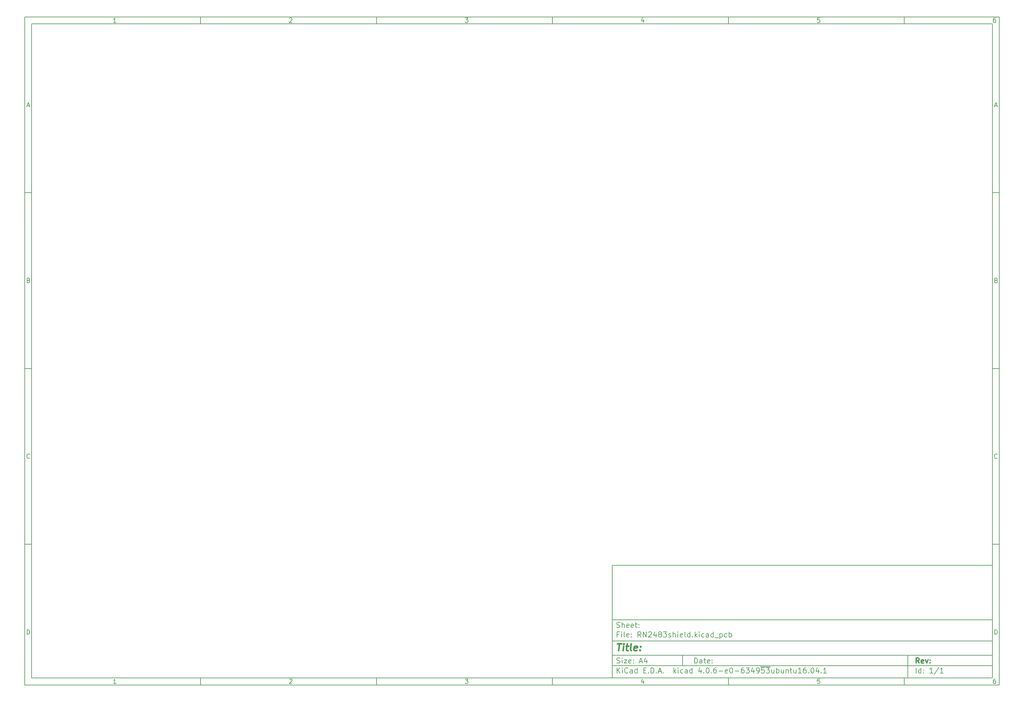
<source format=gbp>
%TF.GenerationSoftware,KiCad,Pcbnew,4.0.6-e0-6349~53~ubuntu16.04.1*%
%TF.CreationDate,2017-06-05T20:25:56+01:00*%
%TF.ProjectId,RN2483shield,524E32343833736869656C642E6B6963,rev?*%
%TF.FileFunction,Paste,Bot*%
%FSLAX46Y46*%
G04 Gerber Fmt 4.6, Leading zero omitted, Abs format (unit mm)*
G04 Created by KiCad (PCBNEW 4.0.6-e0-6349~53~ubuntu16.04.1) date Mon Jun  5 20:25:56 2017*
%MOMM*%
%LPD*%
G01*
G04 APERTURE LIST*
%ADD10C,0.100000*%
%ADD11C,0.150000*%
%ADD12C,0.300000*%
%ADD13C,0.400000*%
G04 APERTURE END LIST*
D10*
D11*
X177002200Y-166007200D02*
X177002200Y-198007200D01*
X285002200Y-198007200D01*
X285002200Y-166007200D01*
X177002200Y-166007200D01*
D10*
D11*
X10000000Y-10000000D02*
X10000000Y-200007200D01*
X287002200Y-200007200D01*
X287002200Y-10000000D01*
X10000000Y-10000000D01*
D10*
D11*
X12000000Y-12000000D02*
X12000000Y-198007200D01*
X285002200Y-198007200D01*
X285002200Y-12000000D01*
X12000000Y-12000000D01*
D10*
D11*
X60000000Y-12000000D02*
X60000000Y-10000000D01*
D10*
D11*
X110000000Y-12000000D02*
X110000000Y-10000000D01*
D10*
D11*
X160000000Y-12000000D02*
X160000000Y-10000000D01*
D10*
D11*
X210000000Y-12000000D02*
X210000000Y-10000000D01*
D10*
D11*
X260000000Y-12000000D02*
X260000000Y-10000000D01*
D10*
D11*
X35990476Y-11588095D02*
X35247619Y-11588095D01*
X35619048Y-11588095D02*
X35619048Y-10288095D01*
X35495238Y-10473810D01*
X35371429Y-10597619D01*
X35247619Y-10659524D01*
D10*
D11*
X85247619Y-10411905D02*
X85309524Y-10350000D01*
X85433333Y-10288095D01*
X85742857Y-10288095D01*
X85866667Y-10350000D01*
X85928571Y-10411905D01*
X85990476Y-10535714D01*
X85990476Y-10659524D01*
X85928571Y-10845238D01*
X85185714Y-11588095D01*
X85990476Y-11588095D01*
D10*
D11*
X135185714Y-10288095D02*
X135990476Y-10288095D01*
X135557143Y-10783333D01*
X135742857Y-10783333D01*
X135866667Y-10845238D01*
X135928571Y-10907143D01*
X135990476Y-11030952D01*
X135990476Y-11340476D01*
X135928571Y-11464286D01*
X135866667Y-11526190D01*
X135742857Y-11588095D01*
X135371429Y-11588095D01*
X135247619Y-11526190D01*
X135185714Y-11464286D01*
D10*
D11*
X185866667Y-10721429D02*
X185866667Y-11588095D01*
X185557143Y-10226190D02*
X185247619Y-11154762D01*
X186052381Y-11154762D01*
D10*
D11*
X235928571Y-10288095D02*
X235309524Y-10288095D01*
X235247619Y-10907143D01*
X235309524Y-10845238D01*
X235433333Y-10783333D01*
X235742857Y-10783333D01*
X235866667Y-10845238D01*
X235928571Y-10907143D01*
X235990476Y-11030952D01*
X235990476Y-11340476D01*
X235928571Y-11464286D01*
X235866667Y-11526190D01*
X235742857Y-11588095D01*
X235433333Y-11588095D01*
X235309524Y-11526190D01*
X235247619Y-11464286D01*
D10*
D11*
X285866667Y-10288095D02*
X285619048Y-10288095D01*
X285495238Y-10350000D01*
X285433333Y-10411905D01*
X285309524Y-10597619D01*
X285247619Y-10845238D01*
X285247619Y-11340476D01*
X285309524Y-11464286D01*
X285371429Y-11526190D01*
X285495238Y-11588095D01*
X285742857Y-11588095D01*
X285866667Y-11526190D01*
X285928571Y-11464286D01*
X285990476Y-11340476D01*
X285990476Y-11030952D01*
X285928571Y-10907143D01*
X285866667Y-10845238D01*
X285742857Y-10783333D01*
X285495238Y-10783333D01*
X285371429Y-10845238D01*
X285309524Y-10907143D01*
X285247619Y-11030952D01*
D10*
D11*
X60000000Y-198007200D02*
X60000000Y-200007200D01*
D10*
D11*
X110000000Y-198007200D02*
X110000000Y-200007200D01*
D10*
D11*
X160000000Y-198007200D02*
X160000000Y-200007200D01*
D10*
D11*
X210000000Y-198007200D02*
X210000000Y-200007200D01*
D10*
D11*
X260000000Y-198007200D02*
X260000000Y-200007200D01*
D10*
D11*
X35990476Y-199595295D02*
X35247619Y-199595295D01*
X35619048Y-199595295D02*
X35619048Y-198295295D01*
X35495238Y-198481010D01*
X35371429Y-198604819D01*
X35247619Y-198666724D01*
D10*
D11*
X85247619Y-198419105D02*
X85309524Y-198357200D01*
X85433333Y-198295295D01*
X85742857Y-198295295D01*
X85866667Y-198357200D01*
X85928571Y-198419105D01*
X85990476Y-198542914D01*
X85990476Y-198666724D01*
X85928571Y-198852438D01*
X85185714Y-199595295D01*
X85990476Y-199595295D01*
D10*
D11*
X135185714Y-198295295D02*
X135990476Y-198295295D01*
X135557143Y-198790533D01*
X135742857Y-198790533D01*
X135866667Y-198852438D01*
X135928571Y-198914343D01*
X135990476Y-199038152D01*
X135990476Y-199347676D01*
X135928571Y-199471486D01*
X135866667Y-199533390D01*
X135742857Y-199595295D01*
X135371429Y-199595295D01*
X135247619Y-199533390D01*
X135185714Y-199471486D01*
D10*
D11*
X185866667Y-198728629D02*
X185866667Y-199595295D01*
X185557143Y-198233390D02*
X185247619Y-199161962D01*
X186052381Y-199161962D01*
D10*
D11*
X235928571Y-198295295D02*
X235309524Y-198295295D01*
X235247619Y-198914343D01*
X235309524Y-198852438D01*
X235433333Y-198790533D01*
X235742857Y-198790533D01*
X235866667Y-198852438D01*
X235928571Y-198914343D01*
X235990476Y-199038152D01*
X235990476Y-199347676D01*
X235928571Y-199471486D01*
X235866667Y-199533390D01*
X235742857Y-199595295D01*
X235433333Y-199595295D01*
X235309524Y-199533390D01*
X235247619Y-199471486D01*
D10*
D11*
X285866667Y-198295295D02*
X285619048Y-198295295D01*
X285495238Y-198357200D01*
X285433333Y-198419105D01*
X285309524Y-198604819D01*
X285247619Y-198852438D01*
X285247619Y-199347676D01*
X285309524Y-199471486D01*
X285371429Y-199533390D01*
X285495238Y-199595295D01*
X285742857Y-199595295D01*
X285866667Y-199533390D01*
X285928571Y-199471486D01*
X285990476Y-199347676D01*
X285990476Y-199038152D01*
X285928571Y-198914343D01*
X285866667Y-198852438D01*
X285742857Y-198790533D01*
X285495238Y-198790533D01*
X285371429Y-198852438D01*
X285309524Y-198914343D01*
X285247619Y-199038152D01*
D10*
D11*
X10000000Y-60000000D02*
X12000000Y-60000000D01*
D10*
D11*
X10000000Y-110000000D02*
X12000000Y-110000000D01*
D10*
D11*
X10000000Y-160000000D02*
X12000000Y-160000000D01*
D10*
D11*
X10690476Y-35216667D02*
X11309524Y-35216667D01*
X10566667Y-35588095D02*
X11000000Y-34288095D01*
X11433333Y-35588095D01*
D10*
D11*
X11092857Y-84907143D02*
X11278571Y-84969048D01*
X11340476Y-85030952D01*
X11402381Y-85154762D01*
X11402381Y-85340476D01*
X11340476Y-85464286D01*
X11278571Y-85526190D01*
X11154762Y-85588095D01*
X10659524Y-85588095D01*
X10659524Y-84288095D01*
X11092857Y-84288095D01*
X11216667Y-84350000D01*
X11278571Y-84411905D01*
X11340476Y-84535714D01*
X11340476Y-84659524D01*
X11278571Y-84783333D01*
X11216667Y-84845238D01*
X11092857Y-84907143D01*
X10659524Y-84907143D01*
D10*
D11*
X11402381Y-135464286D02*
X11340476Y-135526190D01*
X11154762Y-135588095D01*
X11030952Y-135588095D01*
X10845238Y-135526190D01*
X10721429Y-135402381D01*
X10659524Y-135278571D01*
X10597619Y-135030952D01*
X10597619Y-134845238D01*
X10659524Y-134597619D01*
X10721429Y-134473810D01*
X10845238Y-134350000D01*
X11030952Y-134288095D01*
X11154762Y-134288095D01*
X11340476Y-134350000D01*
X11402381Y-134411905D01*
D10*
D11*
X10659524Y-185588095D02*
X10659524Y-184288095D01*
X10969048Y-184288095D01*
X11154762Y-184350000D01*
X11278571Y-184473810D01*
X11340476Y-184597619D01*
X11402381Y-184845238D01*
X11402381Y-185030952D01*
X11340476Y-185278571D01*
X11278571Y-185402381D01*
X11154762Y-185526190D01*
X10969048Y-185588095D01*
X10659524Y-185588095D01*
D10*
D11*
X287002200Y-60000000D02*
X285002200Y-60000000D01*
D10*
D11*
X287002200Y-110000000D02*
X285002200Y-110000000D01*
D10*
D11*
X287002200Y-160000000D02*
X285002200Y-160000000D01*
D10*
D11*
X285692676Y-35216667D02*
X286311724Y-35216667D01*
X285568867Y-35588095D02*
X286002200Y-34288095D01*
X286435533Y-35588095D01*
D10*
D11*
X286095057Y-84907143D02*
X286280771Y-84969048D01*
X286342676Y-85030952D01*
X286404581Y-85154762D01*
X286404581Y-85340476D01*
X286342676Y-85464286D01*
X286280771Y-85526190D01*
X286156962Y-85588095D01*
X285661724Y-85588095D01*
X285661724Y-84288095D01*
X286095057Y-84288095D01*
X286218867Y-84350000D01*
X286280771Y-84411905D01*
X286342676Y-84535714D01*
X286342676Y-84659524D01*
X286280771Y-84783333D01*
X286218867Y-84845238D01*
X286095057Y-84907143D01*
X285661724Y-84907143D01*
D10*
D11*
X286404581Y-135464286D02*
X286342676Y-135526190D01*
X286156962Y-135588095D01*
X286033152Y-135588095D01*
X285847438Y-135526190D01*
X285723629Y-135402381D01*
X285661724Y-135278571D01*
X285599819Y-135030952D01*
X285599819Y-134845238D01*
X285661724Y-134597619D01*
X285723629Y-134473810D01*
X285847438Y-134350000D01*
X286033152Y-134288095D01*
X286156962Y-134288095D01*
X286342676Y-134350000D01*
X286404581Y-134411905D01*
D10*
D11*
X285661724Y-185588095D02*
X285661724Y-184288095D01*
X285971248Y-184288095D01*
X286156962Y-184350000D01*
X286280771Y-184473810D01*
X286342676Y-184597619D01*
X286404581Y-184845238D01*
X286404581Y-185030952D01*
X286342676Y-185278571D01*
X286280771Y-185402381D01*
X286156962Y-185526190D01*
X285971248Y-185588095D01*
X285661724Y-185588095D01*
D10*
D11*
X200359343Y-193785771D02*
X200359343Y-192285771D01*
X200716486Y-192285771D01*
X200930771Y-192357200D01*
X201073629Y-192500057D01*
X201145057Y-192642914D01*
X201216486Y-192928629D01*
X201216486Y-193142914D01*
X201145057Y-193428629D01*
X201073629Y-193571486D01*
X200930771Y-193714343D01*
X200716486Y-193785771D01*
X200359343Y-193785771D01*
X202502200Y-193785771D02*
X202502200Y-193000057D01*
X202430771Y-192857200D01*
X202287914Y-192785771D01*
X202002200Y-192785771D01*
X201859343Y-192857200D01*
X202502200Y-193714343D02*
X202359343Y-193785771D01*
X202002200Y-193785771D01*
X201859343Y-193714343D01*
X201787914Y-193571486D01*
X201787914Y-193428629D01*
X201859343Y-193285771D01*
X202002200Y-193214343D01*
X202359343Y-193214343D01*
X202502200Y-193142914D01*
X203002200Y-192785771D02*
X203573629Y-192785771D01*
X203216486Y-192285771D02*
X203216486Y-193571486D01*
X203287914Y-193714343D01*
X203430772Y-193785771D01*
X203573629Y-193785771D01*
X204645057Y-193714343D02*
X204502200Y-193785771D01*
X204216486Y-193785771D01*
X204073629Y-193714343D01*
X204002200Y-193571486D01*
X204002200Y-193000057D01*
X204073629Y-192857200D01*
X204216486Y-192785771D01*
X204502200Y-192785771D01*
X204645057Y-192857200D01*
X204716486Y-193000057D01*
X204716486Y-193142914D01*
X204002200Y-193285771D01*
X205359343Y-193642914D02*
X205430771Y-193714343D01*
X205359343Y-193785771D01*
X205287914Y-193714343D01*
X205359343Y-193642914D01*
X205359343Y-193785771D01*
X205359343Y-192857200D02*
X205430771Y-192928629D01*
X205359343Y-193000057D01*
X205287914Y-192928629D01*
X205359343Y-192857200D01*
X205359343Y-193000057D01*
D10*
D11*
X177002200Y-194507200D02*
X285002200Y-194507200D01*
D10*
D11*
X178359343Y-196585771D02*
X178359343Y-195085771D01*
X179216486Y-196585771D02*
X178573629Y-195728629D01*
X179216486Y-195085771D02*
X178359343Y-195942914D01*
X179859343Y-196585771D02*
X179859343Y-195585771D01*
X179859343Y-195085771D02*
X179787914Y-195157200D01*
X179859343Y-195228629D01*
X179930771Y-195157200D01*
X179859343Y-195085771D01*
X179859343Y-195228629D01*
X181430772Y-196442914D02*
X181359343Y-196514343D01*
X181145057Y-196585771D01*
X181002200Y-196585771D01*
X180787915Y-196514343D01*
X180645057Y-196371486D01*
X180573629Y-196228629D01*
X180502200Y-195942914D01*
X180502200Y-195728629D01*
X180573629Y-195442914D01*
X180645057Y-195300057D01*
X180787915Y-195157200D01*
X181002200Y-195085771D01*
X181145057Y-195085771D01*
X181359343Y-195157200D01*
X181430772Y-195228629D01*
X182716486Y-196585771D02*
X182716486Y-195800057D01*
X182645057Y-195657200D01*
X182502200Y-195585771D01*
X182216486Y-195585771D01*
X182073629Y-195657200D01*
X182716486Y-196514343D02*
X182573629Y-196585771D01*
X182216486Y-196585771D01*
X182073629Y-196514343D01*
X182002200Y-196371486D01*
X182002200Y-196228629D01*
X182073629Y-196085771D01*
X182216486Y-196014343D01*
X182573629Y-196014343D01*
X182716486Y-195942914D01*
X184073629Y-196585771D02*
X184073629Y-195085771D01*
X184073629Y-196514343D02*
X183930772Y-196585771D01*
X183645058Y-196585771D01*
X183502200Y-196514343D01*
X183430772Y-196442914D01*
X183359343Y-196300057D01*
X183359343Y-195871486D01*
X183430772Y-195728629D01*
X183502200Y-195657200D01*
X183645058Y-195585771D01*
X183930772Y-195585771D01*
X184073629Y-195657200D01*
X185930772Y-195800057D02*
X186430772Y-195800057D01*
X186645058Y-196585771D02*
X185930772Y-196585771D01*
X185930772Y-195085771D01*
X186645058Y-195085771D01*
X187287915Y-196442914D02*
X187359343Y-196514343D01*
X187287915Y-196585771D01*
X187216486Y-196514343D01*
X187287915Y-196442914D01*
X187287915Y-196585771D01*
X188002201Y-196585771D02*
X188002201Y-195085771D01*
X188359344Y-195085771D01*
X188573629Y-195157200D01*
X188716487Y-195300057D01*
X188787915Y-195442914D01*
X188859344Y-195728629D01*
X188859344Y-195942914D01*
X188787915Y-196228629D01*
X188716487Y-196371486D01*
X188573629Y-196514343D01*
X188359344Y-196585771D01*
X188002201Y-196585771D01*
X189502201Y-196442914D02*
X189573629Y-196514343D01*
X189502201Y-196585771D01*
X189430772Y-196514343D01*
X189502201Y-196442914D01*
X189502201Y-196585771D01*
X190145058Y-196157200D02*
X190859344Y-196157200D01*
X190002201Y-196585771D02*
X190502201Y-195085771D01*
X191002201Y-196585771D01*
X191502201Y-196442914D02*
X191573629Y-196514343D01*
X191502201Y-196585771D01*
X191430772Y-196514343D01*
X191502201Y-196442914D01*
X191502201Y-196585771D01*
X194502201Y-196585771D02*
X194502201Y-195085771D01*
X194645058Y-196014343D02*
X195073629Y-196585771D01*
X195073629Y-195585771D02*
X194502201Y-196157200D01*
X195716487Y-196585771D02*
X195716487Y-195585771D01*
X195716487Y-195085771D02*
X195645058Y-195157200D01*
X195716487Y-195228629D01*
X195787915Y-195157200D01*
X195716487Y-195085771D01*
X195716487Y-195228629D01*
X197073630Y-196514343D02*
X196930773Y-196585771D01*
X196645059Y-196585771D01*
X196502201Y-196514343D01*
X196430773Y-196442914D01*
X196359344Y-196300057D01*
X196359344Y-195871486D01*
X196430773Y-195728629D01*
X196502201Y-195657200D01*
X196645059Y-195585771D01*
X196930773Y-195585771D01*
X197073630Y-195657200D01*
X198359344Y-196585771D02*
X198359344Y-195800057D01*
X198287915Y-195657200D01*
X198145058Y-195585771D01*
X197859344Y-195585771D01*
X197716487Y-195657200D01*
X198359344Y-196514343D02*
X198216487Y-196585771D01*
X197859344Y-196585771D01*
X197716487Y-196514343D01*
X197645058Y-196371486D01*
X197645058Y-196228629D01*
X197716487Y-196085771D01*
X197859344Y-196014343D01*
X198216487Y-196014343D01*
X198359344Y-195942914D01*
X199716487Y-196585771D02*
X199716487Y-195085771D01*
X199716487Y-196514343D02*
X199573630Y-196585771D01*
X199287916Y-196585771D01*
X199145058Y-196514343D01*
X199073630Y-196442914D01*
X199002201Y-196300057D01*
X199002201Y-195871486D01*
X199073630Y-195728629D01*
X199145058Y-195657200D01*
X199287916Y-195585771D01*
X199573630Y-195585771D01*
X199716487Y-195657200D01*
X202216487Y-195585771D02*
X202216487Y-196585771D01*
X201859344Y-195014343D02*
X201502201Y-196085771D01*
X202430773Y-196085771D01*
X203002201Y-196442914D02*
X203073629Y-196514343D01*
X203002201Y-196585771D01*
X202930772Y-196514343D01*
X203002201Y-196442914D01*
X203002201Y-196585771D01*
X204002201Y-195085771D02*
X204145058Y-195085771D01*
X204287915Y-195157200D01*
X204359344Y-195228629D01*
X204430773Y-195371486D01*
X204502201Y-195657200D01*
X204502201Y-196014343D01*
X204430773Y-196300057D01*
X204359344Y-196442914D01*
X204287915Y-196514343D01*
X204145058Y-196585771D01*
X204002201Y-196585771D01*
X203859344Y-196514343D01*
X203787915Y-196442914D01*
X203716487Y-196300057D01*
X203645058Y-196014343D01*
X203645058Y-195657200D01*
X203716487Y-195371486D01*
X203787915Y-195228629D01*
X203859344Y-195157200D01*
X204002201Y-195085771D01*
X205145058Y-196442914D02*
X205216486Y-196514343D01*
X205145058Y-196585771D01*
X205073629Y-196514343D01*
X205145058Y-196442914D01*
X205145058Y-196585771D01*
X206502201Y-195085771D02*
X206216487Y-195085771D01*
X206073630Y-195157200D01*
X206002201Y-195228629D01*
X205859344Y-195442914D01*
X205787915Y-195728629D01*
X205787915Y-196300057D01*
X205859344Y-196442914D01*
X205930772Y-196514343D01*
X206073630Y-196585771D01*
X206359344Y-196585771D01*
X206502201Y-196514343D01*
X206573630Y-196442914D01*
X206645058Y-196300057D01*
X206645058Y-195942914D01*
X206573630Y-195800057D01*
X206502201Y-195728629D01*
X206359344Y-195657200D01*
X206073630Y-195657200D01*
X205930772Y-195728629D01*
X205859344Y-195800057D01*
X205787915Y-195942914D01*
X207287915Y-196014343D02*
X208430772Y-196014343D01*
X209716486Y-196514343D02*
X209573629Y-196585771D01*
X209287915Y-196585771D01*
X209145058Y-196514343D01*
X209073629Y-196371486D01*
X209073629Y-195800057D01*
X209145058Y-195657200D01*
X209287915Y-195585771D01*
X209573629Y-195585771D01*
X209716486Y-195657200D01*
X209787915Y-195800057D01*
X209787915Y-195942914D01*
X209073629Y-196085771D01*
X210716486Y-195085771D02*
X210859343Y-195085771D01*
X211002200Y-195157200D01*
X211073629Y-195228629D01*
X211145058Y-195371486D01*
X211216486Y-195657200D01*
X211216486Y-196014343D01*
X211145058Y-196300057D01*
X211073629Y-196442914D01*
X211002200Y-196514343D01*
X210859343Y-196585771D01*
X210716486Y-196585771D01*
X210573629Y-196514343D01*
X210502200Y-196442914D01*
X210430772Y-196300057D01*
X210359343Y-196014343D01*
X210359343Y-195657200D01*
X210430772Y-195371486D01*
X210502200Y-195228629D01*
X210573629Y-195157200D01*
X210716486Y-195085771D01*
X211859343Y-196014343D02*
X213002200Y-196014343D01*
X214359343Y-195085771D02*
X214073629Y-195085771D01*
X213930772Y-195157200D01*
X213859343Y-195228629D01*
X213716486Y-195442914D01*
X213645057Y-195728629D01*
X213645057Y-196300057D01*
X213716486Y-196442914D01*
X213787914Y-196514343D01*
X213930772Y-196585771D01*
X214216486Y-196585771D01*
X214359343Y-196514343D01*
X214430772Y-196442914D01*
X214502200Y-196300057D01*
X214502200Y-195942914D01*
X214430772Y-195800057D01*
X214359343Y-195728629D01*
X214216486Y-195657200D01*
X213930772Y-195657200D01*
X213787914Y-195728629D01*
X213716486Y-195800057D01*
X213645057Y-195942914D01*
X215002200Y-195085771D02*
X215930771Y-195085771D01*
X215430771Y-195657200D01*
X215645057Y-195657200D01*
X215787914Y-195728629D01*
X215859343Y-195800057D01*
X215930771Y-195942914D01*
X215930771Y-196300057D01*
X215859343Y-196442914D01*
X215787914Y-196514343D01*
X215645057Y-196585771D01*
X215216485Y-196585771D01*
X215073628Y-196514343D01*
X215002200Y-196442914D01*
X217216485Y-195585771D02*
X217216485Y-196585771D01*
X216859342Y-195014343D02*
X216502199Y-196085771D01*
X217430771Y-196085771D01*
X218073627Y-196585771D02*
X218359342Y-196585771D01*
X218502199Y-196514343D01*
X218573627Y-196442914D01*
X218716485Y-196228629D01*
X218787913Y-195942914D01*
X218787913Y-195371486D01*
X218716485Y-195228629D01*
X218645056Y-195157200D01*
X218502199Y-195085771D01*
X218216485Y-195085771D01*
X218073627Y-195157200D01*
X218002199Y-195228629D01*
X217930770Y-195371486D01*
X217930770Y-195728629D01*
X218002199Y-195871486D01*
X218073627Y-195942914D01*
X218216485Y-196014343D01*
X218502199Y-196014343D01*
X218645056Y-195942914D01*
X218716485Y-195871486D01*
X218787913Y-195728629D01*
X220145056Y-195085771D02*
X219430770Y-195085771D01*
X219359341Y-195800057D01*
X219430770Y-195728629D01*
X219573627Y-195657200D01*
X219930770Y-195657200D01*
X220073627Y-195728629D01*
X220145056Y-195800057D01*
X220216484Y-195942914D01*
X220216484Y-196300057D01*
X220145056Y-196442914D01*
X220073627Y-196514343D01*
X219930770Y-196585771D01*
X219573627Y-196585771D01*
X219430770Y-196514343D01*
X219359341Y-196442914D01*
X220716484Y-195085771D02*
X221645055Y-195085771D01*
X221145055Y-195657200D01*
X221359341Y-195657200D01*
X221502198Y-195728629D01*
X221573627Y-195800057D01*
X221645055Y-195942914D01*
X221645055Y-196300057D01*
X221573627Y-196442914D01*
X221502198Y-196514343D01*
X221359341Y-196585771D01*
X220930769Y-196585771D01*
X220787912Y-196514343D01*
X220716484Y-196442914D01*
X219073627Y-194827200D02*
X221930769Y-194827200D01*
X222930769Y-195585771D02*
X222930769Y-196585771D01*
X222287912Y-195585771D02*
X222287912Y-196371486D01*
X222359340Y-196514343D01*
X222502198Y-196585771D01*
X222716483Y-196585771D01*
X222859340Y-196514343D01*
X222930769Y-196442914D01*
X223645055Y-196585771D02*
X223645055Y-195085771D01*
X223645055Y-195657200D02*
X223787912Y-195585771D01*
X224073626Y-195585771D01*
X224216483Y-195657200D01*
X224287912Y-195728629D01*
X224359341Y-195871486D01*
X224359341Y-196300057D01*
X224287912Y-196442914D01*
X224216483Y-196514343D01*
X224073626Y-196585771D01*
X223787912Y-196585771D01*
X223645055Y-196514343D01*
X225645055Y-195585771D02*
X225645055Y-196585771D01*
X225002198Y-195585771D02*
X225002198Y-196371486D01*
X225073626Y-196514343D01*
X225216484Y-196585771D01*
X225430769Y-196585771D01*
X225573626Y-196514343D01*
X225645055Y-196442914D01*
X226359341Y-195585771D02*
X226359341Y-196585771D01*
X226359341Y-195728629D02*
X226430769Y-195657200D01*
X226573627Y-195585771D01*
X226787912Y-195585771D01*
X226930769Y-195657200D01*
X227002198Y-195800057D01*
X227002198Y-196585771D01*
X227502198Y-195585771D02*
X228073627Y-195585771D01*
X227716484Y-195085771D02*
X227716484Y-196371486D01*
X227787912Y-196514343D01*
X227930770Y-196585771D01*
X228073627Y-196585771D01*
X229216484Y-195585771D02*
X229216484Y-196585771D01*
X228573627Y-195585771D02*
X228573627Y-196371486D01*
X228645055Y-196514343D01*
X228787913Y-196585771D01*
X229002198Y-196585771D01*
X229145055Y-196514343D01*
X229216484Y-196442914D01*
X230716484Y-196585771D02*
X229859341Y-196585771D01*
X230287913Y-196585771D02*
X230287913Y-195085771D01*
X230145056Y-195300057D01*
X230002198Y-195442914D01*
X229859341Y-195514343D01*
X232002198Y-195085771D02*
X231716484Y-195085771D01*
X231573627Y-195157200D01*
X231502198Y-195228629D01*
X231359341Y-195442914D01*
X231287912Y-195728629D01*
X231287912Y-196300057D01*
X231359341Y-196442914D01*
X231430769Y-196514343D01*
X231573627Y-196585771D01*
X231859341Y-196585771D01*
X232002198Y-196514343D01*
X232073627Y-196442914D01*
X232145055Y-196300057D01*
X232145055Y-195942914D01*
X232073627Y-195800057D01*
X232002198Y-195728629D01*
X231859341Y-195657200D01*
X231573627Y-195657200D01*
X231430769Y-195728629D01*
X231359341Y-195800057D01*
X231287912Y-195942914D01*
X232787912Y-196442914D02*
X232859340Y-196514343D01*
X232787912Y-196585771D01*
X232716483Y-196514343D01*
X232787912Y-196442914D01*
X232787912Y-196585771D01*
X233787912Y-195085771D02*
X233930769Y-195085771D01*
X234073626Y-195157200D01*
X234145055Y-195228629D01*
X234216484Y-195371486D01*
X234287912Y-195657200D01*
X234287912Y-196014343D01*
X234216484Y-196300057D01*
X234145055Y-196442914D01*
X234073626Y-196514343D01*
X233930769Y-196585771D01*
X233787912Y-196585771D01*
X233645055Y-196514343D01*
X233573626Y-196442914D01*
X233502198Y-196300057D01*
X233430769Y-196014343D01*
X233430769Y-195657200D01*
X233502198Y-195371486D01*
X233573626Y-195228629D01*
X233645055Y-195157200D01*
X233787912Y-195085771D01*
X235573626Y-195585771D02*
X235573626Y-196585771D01*
X235216483Y-195014343D02*
X234859340Y-196085771D01*
X235787912Y-196085771D01*
X236359340Y-196442914D02*
X236430768Y-196514343D01*
X236359340Y-196585771D01*
X236287911Y-196514343D01*
X236359340Y-196442914D01*
X236359340Y-196585771D01*
X237859340Y-196585771D02*
X237002197Y-196585771D01*
X237430769Y-196585771D02*
X237430769Y-195085771D01*
X237287912Y-195300057D01*
X237145054Y-195442914D01*
X237002197Y-195514343D01*
D10*
D11*
X177002200Y-191507200D02*
X285002200Y-191507200D01*
D10*
D12*
X264216486Y-193785771D02*
X263716486Y-193071486D01*
X263359343Y-193785771D02*
X263359343Y-192285771D01*
X263930771Y-192285771D01*
X264073629Y-192357200D01*
X264145057Y-192428629D01*
X264216486Y-192571486D01*
X264216486Y-192785771D01*
X264145057Y-192928629D01*
X264073629Y-193000057D01*
X263930771Y-193071486D01*
X263359343Y-193071486D01*
X265430771Y-193714343D02*
X265287914Y-193785771D01*
X265002200Y-193785771D01*
X264859343Y-193714343D01*
X264787914Y-193571486D01*
X264787914Y-193000057D01*
X264859343Y-192857200D01*
X265002200Y-192785771D01*
X265287914Y-192785771D01*
X265430771Y-192857200D01*
X265502200Y-193000057D01*
X265502200Y-193142914D01*
X264787914Y-193285771D01*
X266002200Y-192785771D02*
X266359343Y-193785771D01*
X266716485Y-192785771D01*
X267287914Y-193642914D02*
X267359342Y-193714343D01*
X267287914Y-193785771D01*
X267216485Y-193714343D01*
X267287914Y-193642914D01*
X267287914Y-193785771D01*
X267287914Y-192857200D02*
X267359342Y-192928629D01*
X267287914Y-193000057D01*
X267216485Y-192928629D01*
X267287914Y-192857200D01*
X267287914Y-193000057D01*
D10*
D11*
X178287914Y-193714343D02*
X178502200Y-193785771D01*
X178859343Y-193785771D01*
X179002200Y-193714343D01*
X179073629Y-193642914D01*
X179145057Y-193500057D01*
X179145057Y-193357200D01*
X179073629Y-193214343D01*
X179002200Y-193142914D01*
X178859343Y-193071486D01*
X178573629Y-193000057D01*
X178430771Y-192928629D01*
X178359343Y-192857200D01*
X178287914Y-192714343D01*
X178287914Y-192571486D01*
X178359343Y-192428629D01*
X178430771Y-192357200D01*
X178573629Y-192285771D01*
X178930771Y-192285771D01*
X179145057Y-192357200D01*
X179787914Y-193785771D02*
X179787914Y-192785771D01*
X179787914Y-192285771D02*
X179716485Y-192357200D01*
X179787914Y-192428629D01*
X179859342Y-192357200D01*
X179787914Y-192285771D01*
X179787914Y-192428629D01*
X180359343Y-192785771D02*
X181145057Y-192785771D01*
X180359343Y-193785771D01*
X181145057Y-193785771D01*
X182287914Y-193714343D02*
X182145057Y-193785771D01*
X181859343Y-193785771D01*
X181716486Y-193714343D01*
X181645057Y-193571486D01*
X181645057Y-193000057D01*
X181716486Y-192857200D01*
X181859343Y-192785771D01*
X182145057Y-192785771D01*
X182287914Y-192857200D01*
X182359343Y-193000057D01*
X182359343Y-193142914D01*
X181645057Y-193285771D01*
X183002200Y-193642914D02*
X183073628Y-193714343D01*
X183002200Y-193785771D01*
X182930771Y-193714343D01*
X183002200Y-193642914D01*
X183002200Y-193785771D01*
X183002200Y-192857200D02*
X183073628Y-192928629D01*
X183002200Y-193000057D01*
X182930771Y-192928629D01*
X183002200Y-192857200D01*
X183002200Y-193000057D01*
X184787914Y-193357200D02*
X185502200Y-193357200D01*
X184645057Y-193785771D02*
X185145057Y-192285771D01*
X185645057Y-193785771D01*
X186787914Y-192785771D02*
X186787914Y-193785771D01*
X186430771Y-192214343D02*
X186073628Y-193285771D01*
X187002200Y-193285771D01*
D10*
D11*
X263359343Y-196585771D02*
X263359343Y-195085771D01*
X264716486Y-196585771D02*
X264716486Y-195085771D01*
X264716486Y-196514343D02*
X264573629Y-196585771D01*
X264287915Y-196585771D01*
X264145057Y-196514343D01*
X264073629Y-196442914D01*
X264002200Y-196300057D01*
X264002200Y-195871486D01*
X264073629Y-195728629D01*
X264145057Y-195657200D01*
X264287915Y-195585771D01*
X264573629Y-195585771D01*
X264716486Y-195657200D01*
X265430772Y-196442914D02*
X265502200Y-196514343D01*
X265430772Y-196585771D01*
X265359343Y-196514343D01*
X265430772Y-196442914D01*
X265430772Y-196585771D01*
X265430772Y-195657200D02*
X265502200Y-195728629D01*
X265430772Y-195800057D01*
X265359343Y-195728629D01*
X265430772Y-195657200D01*
X265430772Y-195800057D01*
X268073629Y-196585771D02*
X267216486Y-196585771D01*
X267645058Y-196585771D02*
X267645058Y-195085771D01*
X267502201Y-195300057D01*
X267359343Y-195442914D01*
X267216486Y-195514343D01*
X269787914Y-195014343D02*
X268502200Y-196942914D01*
X271073629Y-196585771D02*
X270216486Y-196585771D01*
X270645058Y-196585771D02*
X270645058Y-195085771D01*
X270502201Y-195300057D01*
X270359343Y-195442914D01*
X270216486Y-195514343D01*
D10*
D11*
X177002200Y-187507200D02*
X285002200Y-187507200D01*
D10*
D13*
X178454581Y-188211962D02*
X179597438Y-188211962D01*
X178776010Y-190211962D02*
X179026010Y-188211962D01*
X180014105Y-190211962D02*
X180180771Y-188878629D01*
X180264105Y-188211962D02*
X180156962Y-188307200D01*
X180240295Y-188402438D01*
X180347439Y-188307200D01*
X180264105Y-188211962D01*
X180240295Y-188402438D01*
X180847438Y-188878629D02*
X181609343Y-188878629D01*
X181216486Y-188211962D02*
X181002200Y-189926248D01*
X181073630Y-190116724D01*
X181252201Y-190211962D01*
X181442677Y-190211962D01*
X182395058Y-190211962D02*
X182216487Y-190116724D01*
X182145057Y-189926248D01*
X182359343Y-188211962D01*
X183930772Y-190116724D02*
X183728391Y-190211962D01*
X183347439Y-190211962D01*
X183168867Y-190116724D01*
X183097438Y-189926248D01*
X183192676Y-189164343D01*
X183311724Y-188973867D01*
X183514105Y-188878629D01*
X183895057Y-188878629D01*
X184073629Y-188973867D01*
X184145057Y-189164343D01*
X184121248Y-189354819D01*
X183145057Y-189545295D01*
X184895057Y-190021486D02*
X184978392Y-190116724D01*
X184871248Y-190211962D01*
X184787915Y-190116724D01*
X184895057Y-190021486D01*
X184871248Y-190211962D01*
X185026010Y-188973867D02*
X185109344Y-189069105D01*
X185002200Y-189164343D01*
X184918867Y-189069105D01*
X185026010Y-188973867D01*
X185002200Y-189164343D01*
D10*
D11*
X178859343Y-185600057D02*
X178359343Y-185600057D01*
X178359343Y-186385771D02*
X178359343Y-184885771D01*
X179073629Y-184885771D01*
X179645057Y-186385771D02*
X179645057Y-185385771D01*
X179645057Y-184885771D02*
X179573628Y-184957200D01*
X179645057Y-185028629D01*
X179716485Y-184957200D01*
X179645057Y-184885771D01*
X179645057Y-185028629D01*
X180573629Y-186385771D02*
X180430771Y-186314343D01*
X180359343Y-186171486D01*
X180359343Y-184885771D01*
X181716485Y-186314343D02*
X181573628Y-186385771D01*
X181287914Y-186385771D01*
X181145057Y-186314343D01*
X181073628Y-186171486D01*
X181073628Y-185600057D01*
X181145057Y-185457200D01*
X181287914Y-185385771D01*
X181573628Y-185385771D01*
X181716485Y-185457200D01*
X181787914Y-185600057D01*
X181787914Y-185742914D01*
X181073628Y-185885771D01*
X182430771Y-186242914D02*
X182502199Y-186314343D01*
X182430771Y-186385771D01*
X182359342Y-186314343D01*
X182430771Y-186242914D01*
X182430771Y-186385771D01*
X182430771Y-185457200D02*
X182502199Y-185528629D01*
X182430771Y-185600057D01*
X182359342Y-185528629D01*
X182430771Y-185457200D01*
X182430771Y-185600057D01*
X185145057Y-186385771D02*
X184645057Y-185671486D01*
X184287914Y-186385771D02*
X184287914Y-184885771D01*
X184859342Y-184885771D01*
X185002200Y-184957200D01*
X185073628Y-185028629D01*
X185145057Y-185171486D01*
X185145057Y-185385771D01*
X185073628Y-185528629D01*
X185002200Y-185600057D01*
X184859342Y-185671486D01*
X184287914Y-185671486D01*
X185787914Y-186385771D02*
X185787914Y-184885771D01*
X186645057Y-186385771D01*
X186645057Y-184885771D01*
X187287914Y-185028629D02*
X187359343Y-184957200D01*
X187502200Y-184885771D01*
X187859343Y-184885771D01*
X188002200Y-184957200D01*
X188073629Y-185028629D01*
X188145057Y-185171486D01*
X188145057Y-185314343D01*
X188073629Y-185528629D01*
X187216486Y-186385771D01*
X188145057Y-186385771D01*
X189430771Y-185385771D02*
X189430771Y-186385771D01*
X189073628Y-184814343D02*
X188716485Y-185885771D01*
X189645057Y-185885771D01*
X190430771Y-185528629D02*
X190287913Y-185457200D01*
X190216485Y-185385771D01*
X190145056Y-185242914D01*
X190145056Y-185171486D01*
X190216485Y-185028629D01*
X190287913Y-184957200D01*
X190430771Y-184885771D01*
X190716485Y-184885771D01*
X190859342Y-184957200D01*
X190930771Y-185028629D01*
X191002199Y-185171486D01*
X191002199Y-185242914D01*
X190930771Y-185385771D01*
X190859342Y-185457200D01*
X190716485Y-185528629D01*
X190430771Y-185528629D01*
X190287913Y-185600057D01*
X190216485Y-185671486D01*
X190145056Y-185814343D01*
X190145056Y-186100057D01*
X190216485Y-186242914D01*
X190287913Y-186314343D01*
X190430771Y-186385771D01*
X190716485Y-186385771D01*
X190859342Y-186314343D01*
X190930771Y-186242914D01*
X191002199Y-186100057D01*
X191002199Y-185814343D01*
X190930771Y-185671486D01*
X190859342Y-185600057D01*
X190716485Y-185528629D01*
X191502199Y-184885771D02*
X192430770Y-184885771D01*
X191930770Y-185457200D01*
X192145056Y-185457200D01*
X192287913Y-185528629D01*
X192359342Y-185600057D01*
X192430770Y-185742914D01*
X192430770Y-186100057D01*
X192359342Y-186242914D01*
X192287913Y-186314343D01*
X192145056Y-186385771D01*
X191716484Y-186385771D01*
X191573627Y-186314343D01*
X191502199Y-186242914D01*
X193002198Y-186314343D02*
X193145055Y-186385771D01*
X193430770Y-186385771D01*
X193573627Y-186314343D01*
X193645055Y-186171486D01*
X193645055Y-186100057D01*
X193573627Y-185957200D01*
X193430770Y-185885771D01*
X193216484Y-185885771D01*
X193073627Y-185814343D01*
X193002198Y-185671486D01*
X193002198Y-185600057D01*
X193073627Y-185457200D01*
X193216484Y-185385771D01*
X193430770Y-185385771D01*
X193573627Y-185457200D01*
X194287913Y-186385771D02*
X194287913Y-184885771D01*
X194930770Y-186385771D02*
X194930770Y-185600057D01*
X194859341Y-185457200D01*
X194716484Y-185385771D01*
X194502199Y-185385771D01*
X194359341Y-185457200D01*
X194287913Y-185528629D01*
X195645056Y-186385771D02*
X195645056Y-185385771D01*
X195645056Y-184885771D02*
X195573627Y-184957200D01*
X195645056Y-185028629D01*
X195716484Y-184957200D01*
X195645056Y-184885771D01*
X195645056Y-185028629D01*
X196930770Y-186314343D02*
X196787913Y-186385771D01*
X196502199Y-186385771D01*
X196359342Y-186314343D01*
X196287913Y-186171486D01*
X196287913Y-185600057D01*
X196359342Y-185457200D01*
X196502199Y-185385771D01*
X196787913Y-185385771D01*
X196930770Y-185457200D01*
X197002199Y-185600057D01*
X197002199Y-185742914D01*
X196287913Y-185885771D01*
X197859342Y-186385771D02*
X197716484Y-186314343D01*
X197645056Y-186171486D01*
X197645056Y-184885771D01*
X199073627Y-186385771D02*
X199073627Y-184885771D01*
X199073627Y-186314343D02*
X198930770Y-186385771D01*
X198645056Y-186385771D01*
X198502198Y-186314343D01*
X198430770Y-186242914D01*
X198359341Y-186100057D01*
X198359341Y-185671486D01*
X198430770Y-185528629D01*
X198502198Y-185457200D01*
X198645056Y-185385771D01*
X198930770Y-185385771D01*
X199073627Y-185457200D01*
X199787913Y-186242914D02*
X199859341Y-186314343D01*
X199787913Y-186385771D01*
X199716484Y-186314343D01*
X199787913Y-186242914D01*
X199787913Y-186385771D01*
X200502199Y-186385771D02*
X200502199Y-184885771D01*
X200645056Y-185814343D02*
X201073627Y-186385771D01*
X201073627Y-185385771D02*
X200502199Y-185957200D01*
X201716485Y-186385771D02*
X201716485Y-185385771D01*
X201716485Y-184885771D02*
X201645056Y-184957200D01*
X201716485Y-185028629D01*
X201787913Y-184957200D01*
X201716485Y-184885771D01*
X201716485Y-185028629D01*
X203073628Y-186314343D02*
X202930771Y-186385771D01*
X202645057Y-186385771D01*
X202502199Y-186314343D01*
X202430771Y-186242914D01*
X202359342Y-186100057D01*
X202359342Y-185671486D01*
X202430771Y-185528629D01*
X202502199Y-185457200D01*
X202645057Y-185385771D01*
X202930771Y-185385771D01*
X203073628Y-185457200D01*
X204359342Y-186385771D02*
X204359342Y-185600057D01*
X204287913Y-185457200D01*
X204145056Y-185385771D01*
X203859342Y-185385771D01*
X203716485Y-185457200D01*
X204359342Y-186314343D02*
X204216485Y-186385771D01*
X203859342Y-186385771D01*
X203716485Y-186314343D01*
X203645056Y-186171486D01*
X203645056Y-186028629D01*
X203716485Y-185885771D01*
X203859342Y-185814343D01*
X204216485Y-185814343D01*
X204359342Y-185742914D01*
X205716485Y-186385771D02*
X205716485Y-184885771D01*
X205716485Y-186314343D02*
X205573628Y-186385771D01*
X205287914Y-186385771D01*
X205145056Y-186314343D01*
X205073628Y-186242914D01*
X205002199Y-186100057D01*
X205002199Y-185671486D01*
X205073628Y-185528629D01*
X205145056Y-185457200D01*
X205287914Y-185385771D01*
X205573628Y-185385771D01*
X205716485Y-185457200D01*
X206073628Y-186528629D02*
X207216485Y-186528629D01*
X207573628Y-185385771D02*
X207573628Y-186885771D01*
X207573628Y-185457200D02*
X207716485Y-185385771D01*
X208002199Y-185385771D01*
X208145056Y-185457200D01*
X208216485Y-185528629D01*
X208287914Y-185671486D01*
X208287914Y-186100057D01*
X208216485Y-186242914D01*
X208145056Y-186314343D01*
X208002199Y-186385771D01*
X207716485Y-186385771D01*
X207573628Y-186314343D01*
X209573628Y-186314343D02*
X209430771Y-186385771D01*
X209145057Y-186385771D01*
X209002199Y-186314343D01*
X208930771Y-186242914D01*
X208859342Y-186100057D01*
X208859342Y-185671486D01*
X208930771Y-185528629D01*
X209002199Y-185457200D01*
X209145057Y-185385771D01*
X209430771Y-185385771D01*
X209573628Y-185457200D01*
X210216485Y-186385771D02*
X210216485Y-184885771D01*
X210216485Y-185457200D02*
X210359342Y-185385771D01*
X210645056Y-185385771D01*
X210787913Y-185457200D01*
X210859342Y-185528629D01*
X210930771Y-185671486D01*
X210930771Y-186100057D01*
X210859342Y-186242914D01*
X210787913Y-186314343D01*
X210645056Y-186385771D01*
X210359342Y-186385771D01*
X210216485Y-186314343D01*
D10*
D11*
X177002200Y-181507200D02*
X285002200Y-181507200D01*
D10*
D11*
X178287914Y-183614343D02*
X178502200Y-183685771D01*
X178859343Y-183685771D01*
X179002200Y-183614343D01*
X179073629Y-183542914D01*
X179145057Y-183400057D01*
X179145057Y-183257200D01*
X179073629Y-183114343D01*
X179002200Y-183042914D01*
X178859343Y-182971486D01*
X178573629Y-182900057D01*
X178430771Y-182828629D01*
X178359343Y-182757200D01*
X178287914Y-182614343D01*
X178287914Y-182471486D01*
X178359343Y-182328629D01*
X178430771Y-182257200D01*
X178573629Y-182185771D01*
X178930771Y-182185771D01*
X179145057Y-182257200D01*
X179787914Y-183685771D02*
X179787914Y-182185771D01*
X180430771Y-183685771D02*
X180430771Y-182900057D01*
X180359342Y-182757200D01*
X180216485Y-182685771D01*
X180002200Y-182685771D01*
X179859342Y-182757200D01*
X179787914Y-182828629D01*
X181716485Y-183614343D02*
X181573628Y-183685771D01*
X181287914Y-183685771D01*
X181145057Y-183614343D01*
X181073628Y-183471486D01*
X181073628Y-182900057D01*
X181145057Y-182757200D01*
X181287914Y-182685771D01*
X181573628Y-182685771D01*
X181716485Y-182757200D01*
X181787914Y-182900057D01*
X181787914Y-183042914D01*
X181073628Y-183185771D01*
X183002199Y-183614343D02*
X182859342Y-183685771D01*
X182573628Y-183685771D01*
X182430771Y-183614343D01*
X182359342Y-183471486D01*
X182359342Y-182900057D01*
X182430771Y-182757200D01*
X182573628Y-182685771D01*
X182859342Y-182685771D01*
X183002199Y-182757200D01*
X183073628Y-182900057D01*
X183073628Y-183042914D01*
X182359342Y-183185771D01*
X183502199Y-182685771D02*
X184073628Y-182685771D01*
X183716485Y-182185771D02*
X183716485Y-183471486D01*
X183787913Y-183614343D01*
X183930771Y-183685771D01*
X184073628Y-183685771D01*
X184573628Y-183542914D02*
X184645056Y-183614343D01*
X184573628Y-183685771D01*
X184502199Y-183614343D01*
X184573628Y-183542914D01*
X184573628Y-183685771D01*
X184573628Y-182757200D02*
X184645056Y-182828629D01*
X184573628Y-182900057D01*
X184502199Y-182828629D01*
X184573628Y-182757200D01*
X184573628Y-182900057D01*
D10*
D11*
X197002200Y-191507200D02*
X197002200Y-194507200D01*
D10*
D11*
X261002200Y-191507200D02*
X261002200Y-198007200D01*
M02*

</source>
